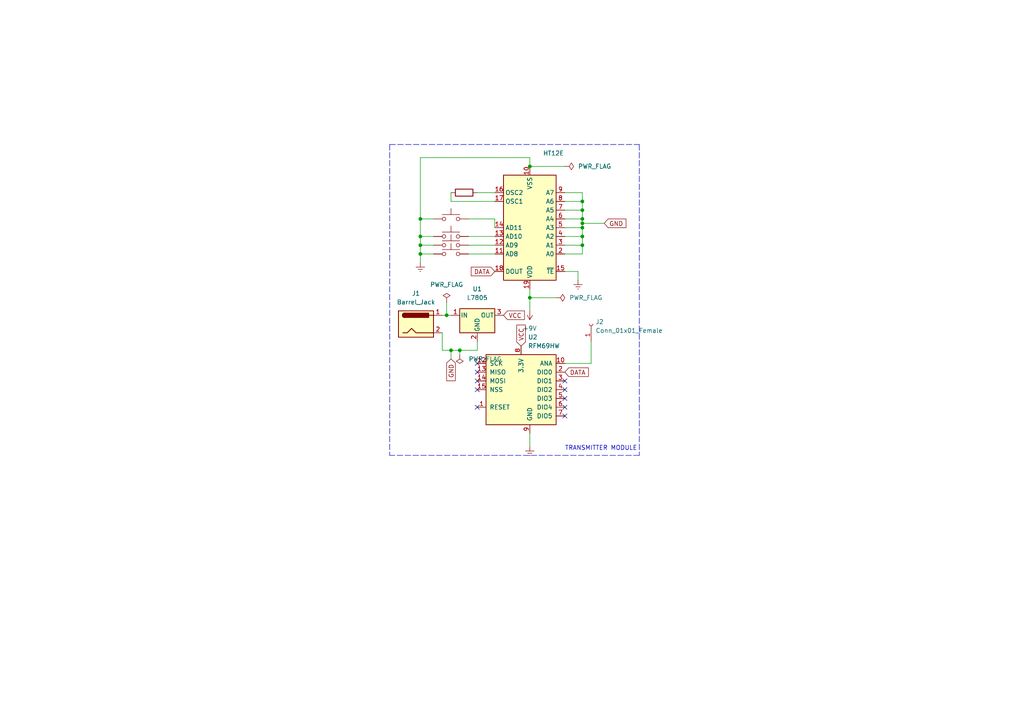
<source format=kicad_sch>
(kicad_sch (version 20211123) (generator eeschema)

  (uuid e0999a8d-2af4-4f5c-b598-7b8823d952b8)

  (paper "A4")

  (lib_symbols
    (symbol "Connector:Barrel_Jack" (pin_names (offset 1.016)) (in_bom yes) (on_board yes)
      (property "Reference" "J" (id 0) (at 0 5.334 0)
        (effects (font (size 1.27 1.27)))
      )
      (property "Value" "Barrel_Jack" (id 1) (at 0 -5.08 0)
        (effects (font (size 1.27 1.27)))
      )
      (property "Footprint" "" (id 2) (at 1.27 -1.016 0)
        (effects (font (size 1.27 1.27)) hide)
      )
      (property "Datasheet" "~" (id 3) (at 1.27 -1.016 0)
        (effects (font (size 1.27 1.27)) hide)
      )
      (property "ki_keywords" "DC power barrel jack connector" (id 4) (at 0 0 0)
        (effects (font (size 1.27 1.27)) hide)
      )
      (property "ki_description" "DC Barrel Jack" (id 5) (at 0 0 0)
        (effects (font (size 1.27 1.27)) hide)
      )
      (property "ki_fp_filters" "BarrelJack*" (id 6) (at 0 0 0)
        (effects (font (size 1.27 1.27)) hide)
      )
      (symbol "Barrel_Jack_0_1"
        (rectangle (start -5.08 3.81) (end 5.08 -3.81)
          (stroke (width 0.254) (type default) (color 0 0 0 0))
          (fill (type background))
        )
        (arc (start -3.302 3.175) (mid -3.937 2.54) (end -3.302 1.905)
          (stroke (width 0.254) (type default) (color 0 0 0 0))
          (fill (type none))
        )
        (arc (start -3.302 3.175) (mid -3.937 2.54) (end -3.302 1.905)
          (stroke (width 0.254) (type default) (color 0 0 0 0))
          (fill (type outline))
        )
        (polyline
          (pts
            (xy 5.08 2.54)
            (xy 3.81 2.54)
          )
          (stroke (width 0.254) (type default) (color 0 0 0 0))
          (fill (type none))
        )
        (polyline
          (pts
            (xy -3.81 -2.54)
            (xy -2.54 -2.54)
            (xy -1.27 -1.27)
            (xy 0 -2.54)
            (xy 2.54 -2.54)
            (xy 5.08 -2.54)
          )
          (stroke (width 0.254) (type default) (color 0 0 0 0))
          (fill (type none))
        )
        (rectangle (start 3.683 3.175) (end -3.302 1.905)
          (stroke (width 0.254) (type default) (color 0 0 0 0))
          (fill (type outline))
        )
      )
      (symbol "Barrel_Jack_1_1"
        (pin passive line (at 7.62 2.54 180) (length 2.54)
          (name "~" (effects (font (size 1.27 1.27))))
          (number "1" (effects (font (size 1.27 1.27))))
        )
        (pin passive line (at 7.62 -2.54 180) (length 2.54)
          (name "~" (effects (font (size 1.27 1.27))))
          (number "2" (effects (font (size 1.27 1.27))))
        )
      )
    )
    (symbol "Connector:Conn_01x01_Female" (pin_names (offset 1.016) hide) (in_bom yes) (on_board yes)
      (property "Reference" "J" (id 0) (at 0 2.54 0)
        (effects (font (size 1.27 1.27)))
      )
      (property "Value" "Conn_01x01_Female" (id 1) (at 0 -2.54 0)
        (effects (font (size 1.27 1.27)))
      )
      (property "Footprint" "" (id 2) (at 0 0 0)
        (effects (font (size 1.27 1.27)) hide)
      )
      (property "Datasheet" "~" (id 3) (at 0 0 0)
        (effects (font (size 1.27 1.27)) hide)
      )
      (property "ki_keywords" "connector" (id 4) (at 0 0 0)
        (effects (font (size 1.27 1.27)) hide)
      )
      (property "ki_description" "Generic connector, single row, 01x01, script generated (kicad-library-utils/schlib/autogen/connector/)" (id 5) (at 0 0 0)
        (effects (font (size 1.27 1.27)) hide)
      )
      (property "ki_fp_filters" "Connector*:*" (id 6) (at 0 0 0)
        (effects (font (size 1.27 1.27)) hide)
      )
      (symbol "Conn_01x01_Female_1_1"
        (polyline
          (pts
            (xy -1.27 0)
            (xy -0.508 0)
          )
          (stroke (width 0.1524) (type default) (color 0 0 0 0))
          (fill (type none))
        )
        (arc (start 0 0.508) (mid -0.508 0) (end 0 -0.508)
          (stroke (width 0.1524) (type default) (color 0 0 0 0))
          (fill (type none))
        )
        (pin passive line (at -5.08 0 0) (length 3.81)
          (name "Pin_1" (effects (font (size 1.27 1.27))))
          (number "1" (effects (font (size 1.27 1.27))))
        )
      )
    )
    (symbol "Device:R" (pin_numbers hide) (pin_names (offset 0)) (in_bom yes) (on_board yes)
      (property "Reference" "R" (id 0) (at 2.032 0 90)
        (effects (font (size 1.27 1.27)))
      )
      (property "Value" "R" (id 1) (at 0 0 90)
        (effects (font (size 1.27 1.27)))
      )
      (property "Footprint" "" (id 2) (at -1.778 0 90)
        (effects (font (size 1.27 1.27)) hide)
      )
      (property "Datasheet" "~" (id 3) (at 0 0 0)
        (effects (font (size 1.27 1.27)) hide)
      )
      (property "ki_keywords" "R res resistor" (id 4) (at 0 0 0)
        (effects (font (size 1.27 1.27)) hide)
      )
      (property "ki_description" "Resistor" (id 5) (at 0 0 0)
        (effects (font (size 1.27 1.27)) hide)
      )
      (property "ki_fp_filters" "R_*" (id 6) (at 0 0 0)
        (effects (font (size 1.27 1.27)) hide)
      )
      (symbol "R_0_1"
        (rectangle (start -1.016 -2.54) (end 1.016 2.54)
          (stroke (width 0.254) (type default) (color 0 0 0 0))
          (fill (type none))
        )
      )
      (symbol "R_1_1"
        (pin passive line (at 0 3.81 270) (length 1.27)
          (name "~" (effects (font (size 1.27 1.27))))
          (number "1" (effects (font (size 1.27 1.27))))
        )
        (pin passive line (at 0 -3.81 90) (length 1.27)
          (name "~" (effects (font (size 1.27 1.27))))
          (number "2" (effects (font (size 1.27 1.27))))
        )
      )
    )
    (symbol "Interface:HT12E" (in_bom yes) (on_board yes)
      (property "Reference" "U" (id 0) (at -6.35 16.51 0)
        (effects (font (size 1.27 1.27)))
      )
      (property "Value" "HT12E" (id 1) (at 6.35 16.51 0)
        (effects (font (size 1.27 1.27)))
      )
      (property "Footprint" "Package_SO:SOP-20_7.5x12.8mm_P1.27mm" (id 2) (at 15.24 20.32 0)
        (effects (font (size 1.27 1.27)) hide)
      )
      (property "Datasheet" "https://www.holtek.com/documents/10179/116711/2_12ev120.pdf" (id 3) (at 17.78 15.24 0)
        (effects (font (size 1.27 1.27)) hide)
      )
      (property "ki_keywords" "Serial Encoder" (id 4) (at 0 0 0)
        (effects (font (size 1.27 1.27)) hide)
      )
      (property "ki_description" "2^12 serial encoder, SOP-20" (id 5) (at 0 0 0)
        (effects (font (size 1.27 1.27)) hide)
      )
      (property "ki_fp_filters" "SOP*7.5x12.8mm*P1.27mm*" (id 6) (at 0 0 0)
        (effects (font (size 1.27 1.27)) hide)
      )
      (symbol "HT12E_1_1"
        (rectangle (start -7.62 15.24) (end 7.62 -15.24)
          (stroke (width 0.254) (type default) (color 0 0 0 0))
          (fill (type background))
        )
        (pin no_connect line (at 7.62 -2.54 180) (length 2.54) hide
          (name "NC" (effects (font (size 1.27 1.27))))
          (number "1" (effects (font (size 1.27 1.27))))
        )
        (pin power_in line (at 0 -17.78 90) (length 2.54)
          (name "VSS" (effects (font (size 1.27 1.27))))
          (number "10" (effects (font (size 1.27 1.27))))
        )
        (pin output line (at 10.16 7.62 180) (length 2.54)
          (name "AD8" (effects (font (size 1.27 1.27))))
          (number "11" (effects (font (size 1.27 1.27))))
        )
        (pin output line (at 10.16 5.08 180) (length 2.54)
          (name "AD9" (effects (font (size 1.27 1.27))))
          (number "12" (effects (font (size 1.27 1.27))))
        )
        (pin output line (at 10.16 2.54 180) (length 2.54)
          (name "AD10" (effects (font (size 1.27 1.27))))
          (number "13" (effects (font (size 1.27 1.27))))
        )
        (pin output line (at 10.16 0 180) (length 2.54)
          (name "AD11" (effects (font (size 1.27 1.27))))
          (number "14" (effects (font (size 1.27 1.27))))
        )
        (pin input line (at -10.16 12.7 0) (length 2.54)
          (name "~{TE}" (effects (font (size 1.27 1.27))))
          (number "15" (effects (font (size 1.27 1.27))))
        )
        (pin output line (at 10.16 -10.16 180) (length 2.54)
          (name "OSC2" (effects (font (size 1.27 1.27))))
          (number "16" (effects (font (size 1.27 1.27))))
        )
        (pin input line (at 10.16 -7.62 180) (length 2.54)
          (name "OSC1" (effects (font (size 1.27 1.27))))
          (number "17" (effects (font (size 1.27 1.27))))
        )
        (pin output line (at 10.16 12.7 180) (length 2.54)
          (name "DOUT" (effects (font (size 1.27 1.27))))
          (number "18" (effects (font (size 1.27 1.27))))
        )
        (pin power_in line (at 0 17.78 270) (length 2.54)
          (name "VDD" (effects (font (size 1.27 1.27))))
          (number "19" (effects (font (size 1.27 1.27))))
        )
        (pin input line (at -10.16 7.62 0) (length 2.54)
          (name "A0" (effects (font (size 1.27 1.27))))
          (number "2" (effects (font (size 1.27 1.27))))
        )
        (pin no_connect line (at 7.62 -5.08 180) (length 2.54) hide
          (name "NC" (effects (font (size 1.27 1.27))))
          (number "20" (effects (font (size 1.27 1.27))))
        )
        (pin input line (at -10.16 5.08 0) (length 2.54)
          (name "A1" (effects (font (size 1.27 1.27))))
          (number "3" (effects (font (size 1.27 1.27))))
        )
        (pin input line (at -10.16 2.54 0) (length 2.54)
          (name "A2" (effects (font (size 1.27 1.27))))
          (number "4" (effects (font (size 1.27 1.27))))
        )
        (pin input line (at -10.16 0 0) (length 2.54)
          (name "A3" (effects (font (size 1.27 1.27))))
          (number "5" (effects (font (size 1.27 1.27))))
        )
        (pin input line (at -10.16 -2.54 0) (length 2.54)
          (name "A4" (effects (font (size 1.27 1.27))))
          (number "6" (effects (font (size 1.27 1.27))))
        )
        (pin input line (at -10.16 -5.08 0) (length 2.54)
          (name "A5" (effects (font (size 1.27 1.27))))
          (number "7" (effects (font (size 1.27 1.27))))
        )
        (pin input line (at -10.16 -7.62 0) (length 2.54)
          (name "A6" (effects (font (size 1.27 1.27))))
          (number "8" (effects (font (size 1.27 1.27))))
        )
        (pin input line (at -10.16 -10.16 0) (length 2.54)
          (name "A7" (effects (font (size 1.27 1.27))))
          (number "9" (effects (font (size 1.27 1.27))))
        )
      )
    )
    (symbol "RF_Module:RFM69HW" (pin_names (offset 1.016)) (in_bom yes) (on_board yes)
      (property "Reference" "U" (id 0) (at -3.81 11.43 0)
        (effects (font (size 1.27 1.27)))
      )
      (property "Value" "RFM69HW" (id 1) (at -7.62 13.97 0)
        (effects (font (size 1.27 1.27)))
      )
      (property "Footprint" "RF_Module:HOPERF_RFM69HW" (id 2) (at 0 -15.24 0)
        (effects (font (size 1.27 1.27)) hide)
      )
      (property "Datasheet" "https://www.hoperf.com/data/upload/portal/20181127/5bfcbb56f1fd7.pdf" (id 3) (at 0 -7.62 0)
        (effects (font (size 1.27 1.27)) hide)
      )
      (property "ki_keywords" "Radio, ISM, Transciever, Module, AES" (id 4) (at 0 0 0)
        (effects (font (size 1.27 1.27)) hide)
      )
      (property "ki_description" "ISM Radio Transciever Module, SPI interface" (id 5) (at 0 0 0)
        (effects (font (size 1.27 1.27)) hide)
      )
      (property "ki_fp_filters" "HOPERF*RFM69HW*" (id 6) (at 0 0 0)
        (effects (font (size 1.27 1.27)) hide)
      )
      (symbol "RFM69HW_0_1"
        (rectangle (start -10.16 10.16) (end 10.16 -10.16)
          (stroke (width 0.254) (type default) (color 0 0 0 0))
          (fill (type background))
        )
      )
      (symbol "RFM69HW_1_1"
        (pin input line (at -12.7 -5.08 0) (length 2.54)
          (name "RESET" (effects (font (size 1.27 1.27))))
          (number "1" (effects (font (size 1.27 1.27))))
        )
        (pin output line (at 12.7 7.62 180) (length 2.54)
          (name "ANA" (effects (font (size 1.27 1.27))))
          (number "10" (effects (font (size 1.27 1.27))))
        )
        (pin passive line (at 2.54 -12.7 90) (length 2.54) hide
          (name "GND" (effects (font (size 1.27 1.27))))
          (number "11" (effects (font (size 1.27 1.27))))
        )
        (pin input line (at -12.7 7.62 0) (length 2.54)
          (name "SCK" (effects (font (size 1.27 1.27))))
          (number "12" (effects (font (size 1.27 1.27))))
        )
        (pin output line (at -12.7 5.08 0) (length 2.54)
          (name "MISO" (effects (font (size 1.27 1.27))))
          (number "13" (effects (font (size 1.27 1.27))))
        )
        (pin input line (at -12.7 2.54 0) (length 2.54)
          (name "MOSI" (effects (font (size 1.27 1.27))))
          (number "14" (effects (font (size 1.27 1.27))))
        )
        (pin input line (at -12.7 0 0) (length 2.54)
          (name "NSS" (effects (font (size 1.27 1.27))))
          (number "15" (effects (font (size 1.27 1.27))))
        )
        (pin no_connect line (at -2.54 -12.7 90) (length 2.54) hide
          (name "NC" (effects (font (size 1.27 1.27))))
          (number "16" (effects (font (size 1.27 1.27))))
        )
        (pin bidirectional line (at 12.7 5.08 180) (length 2.54)
          (name "DIO0" (effects (font (size 1.27 1.27))))
          (number "2" (effects (font (size 1.27 1.27))))
        )
        (pin bidirectional line (at 12.7 2.54 180) (length 2.54)
          (name "DIO1" (effects (font (size 1.27 1.27))))
          (number "3" (effects (font (size 1.27 1.27))))
        )
        (pin bidirectional line (at 12.7 0 180) (length 2.54)
          (name "DIO2" (effects (font (size 1.27 1.27))))
          (number "4" (effects (font (size 1.27 1.27))))
        )
        (pin bidirectional line (at 12.7 -2.54 180) (length 2.54)
          (name "DIO3" (effects (font (size 1.27 1.27))))
          (number "5" (effects (font (size 1.27 1.27))))
        )
        (pin bidirectional line (at 12.7 -5.08 180) (length 2.54)
          (name "DIO4" (effects (font (size 1.27 1.27))))
          (number "6" (effects (font (size 1.27 1.27))))
        )
        (pin bidirectional line (at 12.7 -7.62 180) (length 2.54)
          (name "DIO5" (effects (font (size 1.27 1.27))))
          (number "7" (effects (font (size 1.27 1.27))))
        )
        (pin power_in line (at 0 12.7 270) (length 2.54)
          (name "3.3V" (effects (font (size 1.27 1.27))))
          (number "8" (effects (font (size 1.27 1.27))))
        )
        (pin power_in line (at 2.54 -12.7 90) (length 2.54)
          (name "GND" (effects (font (size 1.27 1.27))))
          (number "9" (effects (font (size 1.27 1.27))))
        )
      )
    )
    (symbol "Regulator_Linear:L7805" (pin_names (offset 0.254)) (in_bom yes) (on_board yes)
      (property "Reference" "U" (id 0) (at -3.81 3.175 0)
        (effects (font (size 1.27 1.27)))
      )
      (property "Value" "L7805" (id 1) (at 0 3.175 0)
        (effects (font (size 1.27 1.27)) (justify left))
      )
      (property "Footprint" "" (id 2) (at 0.635 -3.81 0)
        (effects (font (size 1.27 1.27) italic) (justify left) hide)
      )
      (property "Datasheet" "http://www.st.com/content/ccc/resource/technical/document/datasheet/41/4f/b3/b0/12/d4/47/88/CD00000444.pdf/files/CD00000444.pdf/jcr:content/translations/en.CD00000444.pdf" (id 3) (at 0 -1.27 0)
        (effects (font (size 1.27 1.27)) hide)
      )
      (property "ki_keywords" "Voltage Regulator 1.5A Positive" (id 4) (at 0 0 0)
        (effects (font (size 1.27 1.27)) hide)
      )
      (property "ki_description" "Positive 1.5A 35V Linear Regulator, Fixed Output 5V, TO-220/TO-263/TO-252" (id 5) (at 0 0 0)
        (effects (font (size 1.27 1.27)) hide)
      )
      (property "ki_fp_filters" "TO?252* TO?263* TO?220*" (id 6) (at 0 0 0)
        (effects (font (size 1.27 1.27)) hide)
      )
      (symbol "L7805_0_1"
        (rectangle (start -5.08 1.905) (end 5.08 -5.08)
          (stroke (width 0.254) (type default) (color 0 0 0 0))
          (fill (type background))
        )
      )
      (symbol "L7805_1_1"
        (pin power_in line (at -7.62 0 0) (length 2.54)
          (name "IN" (effects (font (size 1.27 1.27))))
          (number "1" (effects (font (size 1.27 1.27))))
        )
        (pin power_in line (at 0 -7.62 90) (length 2.54)
          (name "GND" (effects (font (size 1.27 1.27))))
          (number "2" (effects (font (size 1.27 1.27))))
        )
        (pin power_out line (at 7.62 0 180) (length 2.54)
          (name "OUT" (effects (font (size 1.27 1.27))))
          (number "3" (effects (font (size 1.27 1.27))))
        )
      )
    )
    (symbol "Switch:SW_Push" (pin_numbers hide) (pin_names (offset 1.016) hide) (in_bom yes) (on_board yes)
      (property "Reference" "SW" (id 0) (at 1.27 2.54 0)
        (effects (font (size 1.27 1.27)) (justify left))
      )
      (property "Value" "SW_Push" (id 1) (at 0 -1.524 0)
        (effects (font (size 1.27 1.27)))
      )
      (property "Footprint" "" (id 2) (at 0 5.08 0)
        (effects (font (size 1.27 1.27)) hide)
      )
      (property "Datasheet" "~" (id 3) (at 0 5.08 0)
        (effects (font (size 1.27 1.27)) hide)
      )
      (property "ki_keywords" "switch normally-open pushbutton push-button" (id 4) (at 0 0 0)
        (effects (font (size 1.27 1.27)) hide)
      )
      (property "ki_description" "Push button switch, generic, two pins" (id 5) (at 0 0 0)
        (effects (font (size 1.27 1.27)) hide)
      )
      (symbol "SW_Push_0_1"
        (circle (center -2.032 0) (radius 0.508)
          (stroke (width 0) (type default) (color 0 0 0 0))
          (fill (type none))
        )
        (polyline
          (pts
            (xy 0 1.27)
            (xy 0 3.048)
          )
          (stroke (width 0) (type default) (color 0 0 0 0))
          (fill (type none))
        )
        (polyline
          (pts
            (xy 2.54 1.27)
            (xy -2.54 1.27)
          )
          (stroke (width 0) (type default) (color 0 0 0 0))
          (fill (type none))
        )
        (circle (center 2.032 0) (radius 0.508)
          (stroke (width 0) (type default) (color 0 0 0 0))
          (fill (type none))
        )
        (pin passive line (at -5.08 0 0) (length 2.54)
          (name "1" (effects (font (size 1.27 1.27))))
          (number "1" (effects (font (size 1.27 1.27))))
        )
        (pin passive line (at 5.08 0 180) (length 2.54)
          (name "2" (effects (font (size 1.27 1.27))))
          (number "2" (effects (font (size 1.27 1.27))))
        )
      )
    )
    (symbol "power:+9V" (power) (pin_names (offset 0)) (in_bom yes) (on_board yes)
      (property "Reference" "#PWR" (id 0) (at 0 -3.81 0)
        (effects (font (size 1.27 1.27)) hide)
      )
      (property "Value" "+9V" (id 1) (at 0 3.556 0)
        (effects (font (size 1.27 1.27)))
      )
      (property "Footprint" "" (id 2) (at 0 0 0)
        (effects (font (size 1.27 1.27)) hide)
      )
      (property "Datasheet" "" (id 3) (at 0 0 0)
        (effects (font (size 1.27 1.27)) hide)
      )
      (property "ki_keywords" "power-flag" (id 4) (at 0 0 0)
        (effects (font (size 1.27 1.27)) hide)
      )
      (property "ki_description" "Power symbol creates a global label with name \"+9V\"" (id 5) (at 0 0 0)
        (effects (font (size 1.27 1.27)) hide)
      )
      (symbol "+9V_0_1"
        (polyline
          (pts
            (xy -0.762 1.27)
            (xy 0 2.54)
          )
          (stroke (width 0) (type default) (color 0 0 0 0))
          (fill (type none))
        )
        (polyline
          (pts
            (xy 0 0)
            (xy 0 2.54)
          )
          (stroke (width 0) (type default) (color 0 0 0 0))
          (fill (type none))
        )
        (polyline
          (pts
            (xy 0 2.54)
            (xy 0.762 1.27)
          )
          (stroke (width 0) (type default) (color 0 0 0 0))
          (fill (type none))
        )
      )
      (symbol "+9V_1_1"
        (pin power_in line (at 0 0 90) (length 0) hide
          (name "+9V" (effects (font (size 1.27 1.27))))
          (number "1" (effects (font (size 1.27 1.27))))
        )
      )
    )
    (symbol "power:Earth" (power) (pin_names (offset 0)) (in_bom yes) (on_board yes)
      (property "Reference" "#PWR" (id 0) (at 0 -6.35 0)
        (effects (font (size 1.27 1.27)) hide)
      )
      (property "Value" "Earth" (id 1) (at 0 -3.81 0)
        (effects (font (size 1.27 1.27)) hide)
      )
      (property "Footprint" "" (id 2) (at 0 0 0)
        (effects (font (size 1.27 1.27)) hide)
      )
      (property "Datasheet" "~" (id 3) (at 0 0 0)
        (effects (font (size 1.27 1.27)) hide)
      )
      (property "ki_keywords" "power-flag ground gnd" (id 4) (at 0 0 0)
        (effects (font (size 1.27 1.27)) hide)
      )
      (property "ki_description" "Power symbol creates a global label with name \"Earth\"" (id 5) (at 0 0 0)
        (effects (font (size 1.27 1.27)) hide)
      )
      (symbol "Earth_0_1"
        (polyline
          (pts
            (xy -0.635 -1.905)
            (xy 0.635 -1.905)
          )
          (stroke (width 0) (type default) (color 0 0 0 0))
          (fill (type none))
        )
        (polyline
          (pts
            (xy -0.127 -2.54)
            (xy 0.127 -2.54)
          )
          (stroke (width 0) (type default) (color 0 0 0 0))
          (fill (type none))
        )
        (polyline
          (pts
            (xy 0 -1.27)
            (xy 0 0)
          )
          (stroke (width 0) (type default) (color 0 0 0 0))
          (fill (type none))
        )
        (polyline
          (pts
            (xy 1.27 -1.27)
            (xy -1.27 -1.27)
          )
          (stroke (width 0) (type default) (color 0 0 0 0))
          (fill (type none))
        )
      )
      (symbol "Earth_1_1"
        (pin power_in line (at 0 0 270) (length 0) hide
          (name "Earth" (effects (font (size 1.27 1.27))))
          (number "1" (effects (font (size 1.27 1.27))))
        )
      )
    )
    (symbol "power:PWR_FLAG" (power) (pin_numbers hide) (pin_names (offset 0) hide) (in_bom yes) (on_board yes)
      (property "Reference" "#FLG" (id 0) (at 0 1.905 0)
        (effects (font (size 1.27 1.27)) hide)
      )
      (property "Value" "PWR_FLAG" (id 1) (at 0 3.81 0)
        (effects (font (size 1.27 1.27)))
      )
      (property "Footprint" "" (id 2) (at 0 0 0)
        (effects (font (size 1.27 1.27)) hide)
      )
      (property "Datasheet" "~" (id 3) (at 0 0 0)
        (effects (font (size 1.27 1.27)) hide)
      )
      (property "ki_keywords" "power-flag" (id 4) (at 0 0 0)
        (effects (font (size 1.27 1.27)) hide)
      )
      (property "ki_description" "Special symbol for telling ERC where power comes from" (id 5) (at 0 0 0)
        (effects (font (size 1.27 1.27)) hide)
      )
      (symbol "PWR_FLAG_0_0"
        (pin power_out line (at 0 0 90) (length 0)
          (name "pwr" (effects (font (size 1.27 1.27))))
          (number "1" (effects (font (size 1.27 1.27))))
        )
      )
      (symbol "PWR_FLAG_0_1"
        (polyline
          (pts
            (xy 0 0)
            (xy 0 1.27)
            (xy -1.016 1.905)
            (xy 0 2.54)
            (xy 1.016 1.905)
            (xy 0 1.27)
          )
          (stroke (width 0) (type default) (color 0 0 0 0))
          (fill (type none))
        )
      )
    )
  )

  (junction (at 168.91 71.12) (diameter 0) (color 0 0 0 0)
    (uuid 31d12428-016c-4eaf-affe-210093c831fc)
  )
  (junction (at 168.91 58.42) (diameter 0) (color 0 0 0 0)
    (uuid 320c05c2-3042-4eeb-b368-963a61ee1714)
  )
  (junction (at 153.67 48.26) (diameter 0) (color 0 0 0 0)
    (uuid 324d6be6-94a8-4639-ac6b-4a78ecaad6c9)
  )
  (junction (at 168.91 66.04) (diameter 0) (color 0 0 0 0)
    (uuid 43d2b7f1-63d3-493a-a36e-e9d946d45b71)
  )
  (junction (at 121.92 63.5) (diameter 0) (color 0 0 0 0)
    (uuid 473f7fbf-f71f-4437-a4a3-fd321a5ecd0a)
  )
  (junction (at 153.67 86.36) (diameter 0) (color 0 0 0 0)
    (uuid 5523841d-3416-4022-a309-09fddcf99be6)
  )
  (junction (at 168.91 64.77) (diameter 0) (color 0 0 0 0)
    (uuid 5605ff5e-64d8-4287-a5b0-ed4eb6ac28de)
  )
  (junction (at 168.91 63.5) (diameter 0) (color 0 0 0 0)
    (uuid 6c4005b2-7963-459f-acba-3ea7e2f59e37)
  )
  (junction (at 130.81 101.6) (diameter 0) (color 0 0 0 0)
    (uuid 99f58eb2-7be2-4258-933f-a5fe822b64a2)
  )
  (junction (at 129.54 91.44) (diameter 0) (color 0 0 0 0)
    (uuid a265f14b-ea2b-4f57-890b-0a982bdeddc8)
  )
  (junction (at 133.35 101.6) (diameter 0) (color 0 0 0 0)
    (uuid a7450080-4f8e-44c3-b90b-15f71444546f)
  )
  (junction (at 121.92 71.12) (diameter 0) (color 0 0 0 0)
    (uuid b9e4de56-518b-4a8b-8dbc-f5cb6396fb0a)
  )
  (junction (at 121.92 68.58) (diameter 0) (color 0 0 0 0)
    (uuid bb2a7d12-edd6-4916-9895-cc3575508c6d)
  )
  (junction (at 121.92 73.66) (diameter 0) (color 0 0 0 0)
    (uuid cdcebf4e-c0fa-4f0c-9e44-2cfcecbbcbb6)
  )
  (junction (at 168.91 60.96) (diameter 0) (color 0 0 0 0)
    (uuid d62bc9db-aa8c-46a3-9f0b-ffa0dba50c78)
  )
  (junction (at 168.91 68.58) (diameter 0) (color 0 0 0 0)
    (uuid e8a443cc-9081-4d76-b6d2-48f6aa2687b1)
  )

  (no_connect (at 163.83 110.49) (uuid 184f5e03-1d3f-4132-b39c-7ae32fd6c3e9))
  (no_connect (at 138.43 107.95) (uuid 258268f8-7e63-4038-87bd-ce124e9783a5))
  (no_connect (at 163.83 115.57) (uuid 3ac4a9ef-c36a-4c4e-95b8-960ed1a684fd))
  (no_connect (at 138.43 118.11) (uuid 4c5710ed-749f-4731-ac6b-166ceaff3f04))
  (no_connect (at 138.43 113.03) (uuid 63350604-4ea0-4865-86c5-a97d70983eaa))
  (no_connect (at 163.83 118.11) (uuid 838ec29c-fa0f-4448-b5c0-e770e92c315b))
  (no_connect (at 138.43 105.41) (uuid 9b78ae12-586f-4ff0-a0ec-cc67779b39b6))
  (no_connect (at 138.43 110.49) (uuid a0ad62fa-6ea2-4ea3-aa00-890d9320be74))
  (no_connect (at 163.83 113.03) (uuid d84ec4e5-85e1-49e2-a137-b71f062da24f))
  (no_connect (at 163.83 120.65) (uuid dccfde70-040c-427d-8439-d4dffce513c8))

  (wire (pts (xy 168.91 71.12) (xy 168.91 73.66))
    (stroke (width 0) (type default) (color 0 0 0 0))
    (uuid 002935bb-c90e-4413-b9a0-b8cc2756f1ab)
  )
  (wire (pts (xy 130.81 55.88) (xy 130.81 58.42))
    (stroke (width 0) (type default) (color 0 0 0 0))
    (uuid 030adc76-c48d-4e13-9831-151972ef0a36)
  )
  (polyline (pts (xy 113.03 41.91) (xy 113.03 132.08))
    (stroke (width 0) (type default) (color 0 0 0 0))
    (uuid 0d35f9a2-afd1-41a2-9c3d-9bf0292637b2)
  )

  (wire (pts (xy 167.64 78.74) (xy 167.64 81.28))
    (stroke (width 0) (type default) (color 0 0 0 0))
    (uuid 17fcb4f9-c870-4855-84ec-f6b1faf130c9)
  )
  (wire (pts (xy 129.54 87.63) (xy 129.54 91.44))
    (stroke (width 0) (type default) (color 0 0 0 0))
    (uuid 21a4f9b9-8ba1-43df-8da3-4d74ad066dae)
  )
  (wire (pts (xy 153.67 83.82) (xy 153.67 86.36))
    (stroke (width 0) (type default) (color 0 0 0 0))
    (uuid 23e5f93f-a8e0-4c7a-80e9-8f02d3501d7c)
  )
  (wire (pts (xy 171.45 105.41) (xy 171.45 99.06))
    (stroke (width 0) (type default) (color 0 0 0 0))
    (uuid 259991a7-227f-47f0-8d17-f0dcc264dba3)
  )
  (wire (pts (xy 163.83 78.74) (xy 167.64 78.74))
    (stroke (width 0) (type default) (color 0 0 0 0))
    (uuid 2617e883-5690-4b50-9353-7d6c3848ad4f)
  )
  (wire (pts (xy 128.27 101.6) (xy 130.81 101.6))
    (stroke (width 0) (type default) (color 0 0 0 0))
    (uuid 2ab1bcca-bf58-4ecc-a880-d2a5e7de53ff)
  )
  (wire (pts (xy 168.91 58.42) (xy 168.91 60.96))
    (stroke (width 0) (type default) (color 0 0 0 0))
    (uuid 2ed598fc-d7c7-4325-a093-945b1808d1dd)
  )
  (wire (pts (xy 133.35 101.6) (xy 138.43 101.6))
    (stroke (width 0) (type default) (color 0 0 0 0))
    (uuid 31a3f412-a133-41e6-a40c-1e09c3f77a45)
  )
  (wire (pts (xy 153.67 45.72) (xy 121.92 45.72))
    (stroke (width 0) (type default) (color 0 0 0 0))
    (uuid 31c5103d-4519-4059-bb0a-66734236af0f)
  )
  (wire (pts (xy 163.83 58.42) (xy 168.91 58.42))
    (stroke (width 0) (type default) (color 0 0 0 0))
    (uuid 3b2e7967-db46-4f0c-afae-41741def0e93)
  )
  (wire (pts (xy 163.83 63.5) (xy 168.91 63.5))
    (stroke (width 0) (type default) (color 0 0 0 0))
    (uuid 40b54723-dccf-4471-86f1-29673ffec41a)
  )
  (wire (pts (xy 168.91 73.66) (xy 163.83 73.66))
    (stroke (width 0) (type default) (color 0 0 0 0))
    (uuid 432e1608-3228-4cbf-b709-69496799c543)
  )
  (wire (pts (xy 153.67 48.26) (xy 163.83 48.26))
    (stroke (width 0) (type default) (color 0 0 0 0))
    (uuid 44fe4f9a-58ec-4ab8-9628-42bfcd68e082)
  )
  (wire (pts (xy 153.67 86.36) (xy 153.67 90.17))
    (stroke (width 0) (type default) (color 0 0 0 0))
    (uuid 53ad7110-8255-4748-b6d8-861eba6913d4)
  )
  (wire (pts (xy 133.35 101.6) (xy 133.35 102.87))
    (stroke (width 0) (type default) (color 0 0 0 0))
    (uuid 55affbf3-068c-4a66-8f36-841eb0c8d86e)
  )
  (wire (pts (xy 121.92 73.66) (xy 125.73 73.66))
    (stroke (width 0) (type default) (color 0 0 0 0))
    (uuid 57c16269-305d-4ec9-b66f-c79863703dd7)
  )
  (wire (pts (xy 125.73 63.5) (xy 121.92 63.5))
    (stroke (width 0) (type default) (color 0 0 0 0))
    (uuid 5b9cef1c-9299-41e0-97a0-3e475a584688)
  )
  (wire (pts (xy 168.91 63.5) (xy 168.91 64.77))
    (stroke (width 0) (type default) (color 0 0 0 0))
    (uuid 6130e01c-ff73-4016-85a2-234d5e5108b4)
  )
  (wire (pts (xy 138.43 101.6) (xy 138.43 99.06))
    (stroke (width 0) (type default) (color 0 0 0 0))
    (uuid 63434d88-accb-45cf-ba67-44991b8b2400)
  )
  (wire (pts (xy 121.92 63.5) (xy 121.92 68.58))
    (stroke (width 0) (type default) (color 0 0 0 0))
    (uuid 63c0832d-83c1-4a02-bf47-4220c273a822)
  )
  (wire (pts (xy 163.83 55.88) (xy 168.91 55.88))
    (stroke (width 0) (type default) (color 0 0 0 0))
    (uuid 6719a3af-fb6c-4fd6-95ce-41055dee6ade)
  )
  (wire (pts (xy 129.54 91.44) (xy 130.81 91.44))
    (stroke (width 0) (type default) (color 0 0 0 0))
    (uuid 6790d258-41cb-4586-b011-936852aceccf)
  )
  (wire (pts (xy 153.67 125.73) (xy 153.67 129.54))
    (stroke (width 0) (type default) (color 0 0 0 0))
    (uuid 69c05a42-dfd0-48aa-a020-7af93ad7f929)
  )
  (wire (pts (xy 153.67 86.36) (xy 161.29 86.36))
    (stroke (width 0) (type default) (color 0 0 0 0))
    (uuid 6cd38e59-d087-4144-8d86-76f407ce940b)
  )
  (wire (pts (xy 130.81 58.42) (xy 143.51 58.42))
    (stroke (width 0) (type default) (color 0 0 0 0))
    (uuid 6db35445-35e3-4089-8313-e67075e8644d)
  )
  (wire (pts (xy 168.91 68.58) (xy 168.91 71.12))
    (stroke (width 0) (type default) (color 0 0 0 0))
    (uuid 7777bbea-37ae-4c87-ad00-8a24e2b0460f)
  )
  (wire (pts (xy 163.83 60.96) (xy 168.91 60.96))
    (stroke (width 0) (type default) (color 0 0 0 0))
    (uuid 7a57be3e-61fc-4dfa-bea9-d6508294b0c8)
  )
  (polyline (pts (xy 185.42 132.08) (xy 113.03 132.08))
    (stroke (width 0) (type default) (color 0 0 0 0))
    (uuid 7cfd8bed-31ef-4986-b5d7-01fdc341e2c2)
  )

  (wire (pts (xy 130.81 101.6) (xy 130.81 104.14))
    (stroke (width 0) (type default) (color 0 0 0 0))
    (uuid 7d7177f3-4082-43dc-af9f-f2950caf9665)
  )
  (wire (pts (xy 138.43 55.88) (xy 143.51 55.88))
    (stroke (width 0) (type default) (color 0 0 0 0))
    (uuid 7dac6dd6-5c5a-4112-94ca-ca262be21486)
  )
  (wire (pts (xy 163.83 105.41) (xy 171.45 105.41))
    (stroke (width 0) (type default) (color 0 0 0 0))
    (uuid 81b9b7a1-94fb-4b50-9d72-ed32ee903c42)
  )
  (wire (pts (xy 135.89 68.58) (xy 143.51 68.58))
    (stroke (width 0) (type default) (color 0 0 0 0))
    (uuid 8adbbb34-d9f0-4f77-b174-ff4b99ffd27f)
  )
  (wire (pts (xy 121.92 68.58) (xy 121.92 71.12))
    (stroke (width 0) (type default) (color 0 0 0 0))
    (uuid 97e34b70-7573-4ca2-947e-4080eee9f3c5)
  )
  (polyline (pts (xy 113.03 41.91) (xy 185.42 41.91))
    (stroke (width 0) (type default) (color 0 0 0 0))
    (uuid a0f228af-734b-4059-95f3-f1ff9babbf95)
  )

  (wire (pts (xy 128.27 96.52) (xy 128.27 101.6))
    (stroke (width 0) (type default) (color 0 0 0 0))
    (uuid a30c5de8-2363-483c-9327-e70a1b840724)
  )
  (wire (pts (xy 135.89 71.12) (xy 143.51 71.12))
    (stroke (width 0) (type default) (color 0 0 0 0))
    (uuid a9bf7e84-d9aa-4881-b4f5-b589b2f1a511)
  )
  (wire (pts (xy 168.91 64.77) (xy 175.26 64.77))
    (stroke (width 0) (type default) (color 0 0 0 0))
    (uuid b1cabd1c-865d-4a70-9266-f41068692c2c)
  )
  (wire (pts (xy 168.91 64.77) (xy 168.91 66.04))
    (stroke (width 0) (type default) (color 0 0 0 0))
    (uuid b417464a-487c-403c-9704-4299bbcba3cd)
  )
  (wire (pts (xy 128.27 91.44) (xy 129.54 91.44))
    (stroke (width 0) (type default) (color 0 0 0 0))
    (uuid b529de9a-690b-4804-bbdb-ec52f01603bc)
  )
  (wire (pts (xy 121.92 73.66) (xy 121.92 76.2))
    (stroke (width 0) (type default) (color 0 0 0 0))
    (uuid b9c93b04-6528-4994-957f-f0a904625c65)
  )
  (wire (pts (xy 168.91 60.96) (xy 168.91 63.5))
    (stroke (width 0) (type default) (color 0 0 0 0))
    (uuid bcf8db00-c57d-4f66-ae14-9054360cd28f)
  )
  (wire (pts (xy 121.92 71.12) (xy 125.73 71.12))
    (stroke (width 0) (type default) (color 0 0 0 0))
    (uuid bebfbbc7-5916-45e5-8a64-04b06c0d715a)
  )
  (wire (pts (xy 135.89 63.5) (xy 143.51 63.5))
    (stroke (width 0) (type default) (color 0 0 0 0))
    (uuid c019f0da-7353-4bd5-bb8b-ffea561daf25)
  )
  (wire (pts (xy 153.67 48.26) (xy 153.67 45.72))
    (stroke (width 0) (type default) (color 0 0 0 0))
    (uuid cd00ce89-4b9f-4123-a1f8-807307d09c90)
  )
  (wire (pts (xy 168.91 66.04) (xy 168.91 68.58))
    (stroke (width 0) (type default) (color 0 0 0 0))
    (uuid d2b74208-94f7-4b8a-b5cc-b8fb7cfbb562)
  )
  (wire (pts (xy 121.92 71.12) (xy 121.92 73.66))
    (stroke (width 0) (type default) (color 0 0 0 0))
    (uuid d4b4c1ed-713c-465b-9b4e-110c20e8758f)
  )
  (wire (pts (xy 163.83 68.58) (xy 168.91 68.58))
    (stroke (width 0) (type default) (color 0 0 0 0))
    (uuid d55ab43d-f0e2-40ea-a8c6-96d07d67a25e)
  )
  (wire (pts (xy 135.89 73.66) (xy 143.51 73.66))
    (stroke (width 0) (type default) (color 0 0 0 0))
    (uuid d73777c8-acf9-4de0-ab84-6fb3df67a758)
  )
  (wire (pts (xy 121.92 45.72) (xy 121.92 63.5))
    (stroke (width 0) (type default) (color 0 0 0 0))
    (uuid d898a6e3-586d-4c94-8f0e-3650d479fee6)
  )
  (wire (pts (xy 121.92 68.58) (xy 125.73 68.58))
    (stroke (width 0) (type default) (color 0 0 0 0))
    (uuid e343c7f0-4bef-4761-b7fe-9728553266f6)
  )
  (wire (pts (xy 143.51 63.5) (xy 143.51 66.04))
    (stroke (width 0) (type default) (color 0 0 0 0))
    (uuid e48b2de2-4208-41fa-8fc0-333039f302ba)
  )
  (wire (pts (xy 163.83 71.12) (xy 168.91 71.12))
    (stroke (width 0) (type default) (color 0 0 0 0))
    (uuid e4982bf5-bf83-4de2-8cd5-fbdec3385ea7)
  )
  (polyline (pts (xy 185.42 41.91) (xy 185.42 132.08))
    (stroke (width 0) (type default) (color 0 0 0 0))
    (uuid ed8873a0-9bef-4081-abdb-6cdab46a3838)
  )

  (wire (pts (xy 163.83 66.04) (xy 168.91 66.04))
    (stroke (width 0) (type default) (color 0 0 0 0))
    (uuid f10ed683-c9bb-4d95-8bdb-b2fc32b0c6d3)
  )
  (wire (pts (xy 168.91 55.88) (xy 168.91 58.42))
    (stroke (width 0) (type default) (color 0 0 0 0))
    (uuid f4a8fb94-9865-42d4-ac2e-3dbad4853242)
  )
  (wire (pts (xy 130.81 101.6) (xy 133.35 101.6))
    (stroke (width 0) (type default) (color 0 0 0 0))
    (uuid fedce8c6-04e2-49ab-a1c7-8d469e03325d)
  )

  (text "TRANSMITTER MODULE" (at 163.83 130.81 0)
    (effects (font (size 1.27 1.27)) (justify left bottom))
    (uuid 64fecb0d-0b69-4f2d-a938-168617d7fb94)
  )

  (global_label "VCC" (shape input) (at 151.13 100.33 90) (fields_autoplaced)
    (effects (font (size 1.27 1.27)) (justify left))
    (uuid 01cb6470-4848-432f-bb9c-890e51ef7c55)
    (property "Intersheet References" "${INTERSHEET_REFS}" (id 0) (at 151.0506 94.2883 90)
      (effects (font (size 1.27 1.27)) (justify left) hide)
    )
  )
  (global_label "VCC" (shape input) (at 146.05 91.44 0) (fields_autoplaced)
    (effects (font (size 1.27 1.27)) (justify left))
    (uuid 619fec48-c326-4437-97fb-ffe96dceee36)
    (property "Intersheet References" "${INTERSHEET_REFS}" (id 0) (at 152.0917 91.3606 0)
      (effects (font (size 1.27 1.27)) (justify left) hide)
    )
  )
  (global_label "GND" (shape input) (at 175.26 64.77 0) (fields_autoplaced)
    (effects (font (size 1.27 1.27)) (justify left))
    (uuid a0a9bbdc-cd38-4bf2-8188-0a24d2815893)
    (property "Intersheet References" "${INTERSHEET_REFS}" (id 0) (at 181.5436 64.6906 0)
      (effects (font (size 1.27 1.27)) (justify left) hide)
    )
  )
  (global_label "DATA" (shape input) (at 143.51 78.74 180) (fields_autoplaced)
    (effects (font (size 1.27 1.27)) (justify right))
    (uuid b6161ce3-1839-4792-a1f2-7cf50e23de9a)
    (property "Intersheet References" "${INTERSHEET_REFS}" (id 0) (at 136.6821 78.6606 0)
      (effects (font (size 1.27 1.27)) (justify right) hide)
    )
  )
  (global_label "DATA" (shape input) (at 163.83 107.95 0) (fields_autoplaced)
    (effects (font (size 1.27 1.27)) (justify left))
    (uuid cc68e783-4eea-402b-95da-5c8595d27a8d)
    (property "Intersheet References" "${INTERSHEET_REFS}" (id 0) (at 170.6579 108.0294 0)
      (effects (font (size 1.27 1.27)) (justify left) hide)
    )
  )
  (global_label "GND" (shape input) (at 130.81 104.14 270) (fields_autoplaced)
    (effects (font (size 1.27 1.27)) (justify right))
    (uuid f4e948f7-ec74-4b61-9467-744f3cd58b97)
    (property "Intersheet References" "${INTERSHEET_REFS}" (id 0) (at 130.7306 110.4236 90)
      (effects (font (size 1.27 1.27)) (justify right) hide)
    )
  )

  (symbol (lib_id "power:Earth") (at 153.67 129.54 0) (unit 1)
    (in_bom yes) (on_board yes) (fields_autoplaced)
    (uuid 0048a5b7-574b-4520-8303-519fb96f4786)
    (property "Reference" "#PWR03" (id 0) (at 153.67 135.89 0)
      (effects (font (size 1.27 1.27)) hide)
    )
    (property "Value" "Earth" (id 1) (at 153.67 133.35 0)
      (effects (font (size 1.27 1.27)) hide)
    )
    (property "Footprint" "" (id 2) (at 153.67 129.54 0)
      (effects (font (size 1.27 1.27)) hide)
    )
    (property "Datasheet" "~" (id 3) (at 153.67 129.54 0)
      (effects (font (size 1.27 1.27)) hide)
    )
    (pin "1" (uuid ede3ffe9-d53b-4d07-9a3c-6f87f4936567))
  )

  (symbol (lib_id "Interface:HT12E") (at 153.67 66.04 180) (unit 1)
    (in_bom yes) (on_board yes)
    (uuid 068a1fde-e9ca-4266-9cfe-c1ed28a554ef)
    (property "Reference" "U3" (id 0) (at 154.1906 45.72 0)
      (effects (font (size 1.27 1.27)) (justify right) hide)
    )
    (property "Value" "HT12E" (id 1) (at 157.48 44.45 0)
      (effects (font (size 1.27 1.27)) (justify right))
    )
    (property "Footprint" "Package_SO:SOP-20_7.5x12.8mm_P1.27mm" (id 2) (at 138.43 86.36 0)
      (effects (font (size 1.27 1.27)) hide)
    )
    (property "Datasheet" "https://www.holtek.com/documents/10179/116711/2_12ev120.pdf" (id 3) (at 135.89 81.28 0)
      (effects (font (size 1.27 1.27)) hide)
    )
    (pin "1" (uuid cfd29897-09de-4aac-9ffb-fb2342a6e090))
    (pin "10" (uuid 86d05f2a-771f-4303-aa3f-93577893286f))
    (pin "11" (uuid 65baa6d5-1a7b-4a47-8ba9-ae9bb39b440a))
    (pin "12" (uuid 1e449b53-c83e-444f-a64e-44c52fcf28e3))
    (pin "13" (uuid 8e100fcc-dcec-4841-afe5-e81c31970028))
    (pin "14" (uuid 3fcc4ad7-e724-4b4c-8839-fd211eb19c7b))
    (pin "15" (uuid 5e26dbd8-6373-4820-b58a-51d496b64554))
    (pin "16" (uuid a3cb966f-1767-40d1-b62c-e76bd86c9940))
    (pin "17" (uuid 776158cd-98ab-4d49-aed9-a041e42b2afc))
    (pin "18" (uuid db7600cd-87df-4f9f-b09b-283e424a64fd))
    (pin "19" (uuid 0a4956ce-1a58-4599-ad43-53cb841ab6f5))
    (pin "2" (uuid b2f91cca-e61f-4829-a0d3-06f1930397f2))
    (pin "20" (uuid 99db0651-9cee-4307-a248-6f26971634e5))
    (pin "3" (uuid 01b3d9fe-58c4-48af-8b16-50c420de43bc))
    (pin "4" (uuid 01ae8e7e-7afe-4682-9df5-41096c91e71a))
    (pin "5" (uuid 6788d387-f949-452b-bfc3-12c332262ec2))
    (pin "6" (uuid 2b119a7d-843b-43c9-8586-36444c699442))
    (pin "7" (uuid 887075b1-46b3-49f8-a077-a2ea5cd082f8))
    (pin "8" (uuid a6467955-bc1e-4228-b595-cc0202dc7cb5))
    (pin "9" (uuid 1e482a2b-437f-4821-b46d-73f81686aa4b))
  )

  (symbol (lib_id "power:PWR_FLAG") (at 133.35 102.87 180) (unit 1)
    (in_bom yes) (on_board yes) (fields_autoplaced)
    (uuid 1a5eca0e-f808-474c-8b1a-2b70e06abdc5)
    (property "Reference" "#FLG04" (id 0) (at 133.35 104.775 0)
      (effects (font (size 1.27 1.27)) hide)
    )
    (property "Value" "PWR_FLAG" (id 1) (at 135.89 104.1399 0)
      (effects (font (size 1.27 1.27)) (justify right))
    )
    (property "Footprint" "" (id 2) (at 133.35 102.87 0)
      (effects (font (size 1.27 1.27)) hide)
    )
    (property "Datasheet" "~" (id 3) (at 133.35 102.87 0)
      (effects (font (size 1.27 1.27)) hide)
    )
    (pin "1" (uuid 4431178a-3a76-411c-af8d-c84317f9e593))
  )

  (symbol (lib_id "Connector:Barrel_Jack") (at 120.65 93.98 0) (unit 1)
    (in_bom yes) (on_board yes) (fields_autoplaced)
    (uuid 26fa2f69-4005-48c2-a748-c4d0b9ef03fa)
    (property "Reference" "J1" (id 0) (at 120.65 85.09 0))
    (property "Value" "Barrel_Jack" (id 1) (at 120.65 87.63 0))
    (property "Footprint" "Connector_BarrelJack:BarrelJack_CUI_PJ-063AH_Horizontal" (id 2) (at 121.92 94.996 0)
      (effects (font (size 1.27 1.27)) hide)
    )
    (property "Datasheet" "~" (id 3) (at 121.92 94.996 0)
      (effects (font (size 1.27 1.27)) hide)
    )
    (pin "1" (uuid 6b9a4510-6712-4281-9e3c-a9e4be2c3e39))
    (pin "2" (uuid 569dbc2a-d59c-4e21-ae45-0571ddb5a8e1))
  )

  (symbol (lib_id "power:Earth") (at 167.64 81.28 0) (unit 1)
    (in_bom yes) (on_board yes) (fields_autoplaced)
    (uuid 5445b574-9898-4005-9e97-087e0e7a7a81)
    (property "Reference" "#PWR04" (id 0) (at 167.64 87.63 0)
      (effects (font (size 1.27 1.27)) hide)
    )
    (property "Value" "Earth" (id 1) (at 167.64 85.09 0)
      (effects (font (size 1.27 1.27)) hide)
    )
    (property "Footprint" "" (id 2) (at 167.64 81.28 0)
      (effects (font (size 1.27 1.27)) hide)
    )
    (property "Datasheet" "~" (id 3) (at 167.64 81.28 0)
      (effects (font (size 1.27 1.27)) hide)
    )
    (pin "1" (uuid cefa2dc9-f9a7-48b4-8d4e-46bd6d6c014c))
  )

  (symbol (lib_id "Switch:SW_Push") (at 130.81 63.5 0) (unit 1)
    (in_bom yes) (on_board yes) (fields_autoplaced)
    (uuid 54a1e313-d4cd-4c75-b565-040e7891d335)
    (property "Reference" "SW1" (id 0) (at 130.81 58.42 0)
      (effects (font (size 1.27 1.27)) hide)
    )
    (property "Value" "SW_Push" (id 1) (at 130.81 58.42 0)
      (effects (font (size 1.27 1.27)) hide)
    )
    (property "Footprint" "Button_Switch_THT:SW_PUSH_6mm" (id 2) (at 130.81 58.42 0)
      (effects (font (size 1.27 1.27)) hide)
    )
    (property "Datasheet" "~" (id 3) (at 130.81 58.42 0)
      (effects (font (size 1.27 1.27)) hide)
    )
    (pin "1" (uuid 276cdc64-75bd-4dd3-b81a-af03ca3df8ff))
    (pin "2" (uuid 798c05e1-6991-4e04-81cd-80285efbaf6d))
  )

  (symbol (lib_id "power:Earth") (at 121.92 76.2 0) (unit 1)
    (in_bom yes) (on_board yes) (fields_autoplaced)
    (uuid 5ae80b5b-dd84-4558-978e-641af1faf5bc)
    (property "Reference" "#PWR01" (id 0) (at 121.92 82.55 0)
      (effects (font (size 1.27 1.27)) hide)
    )
    (property "Value" "Earth" (id 1) (at 121.92 80.01 0)
      (effects (font (size 1.27 1.27)) hide)
    )
    (property "Footprint" "" (id 2) (at 121.92 76.2 0)
      (effects (font (size 1.27 1.27)) hide)
    )
    (property "Datasheet" "~" (id 3) (at 121.92 76.2 0)
      (effects (font (size 1.27 1.27)) hide)
    )
    (pin "1" (uuid 5c891632-6b07-407c-af82-fb882b0b4380))
  )

  (symbol (lib_id "power:PWR_FLAG") (at 161.29 86.36 270) (unit 1)
    (in_bom yes) (on_board yes) (fields_autoplaced)
    (uuid 8d1fbe9b-3860-40dd-897a-c3c7e4e44b62)
    (property "Reference" "#FLG01" (id 0) (at 163.195 86.36 0)
      (effects (font (size 1.27 1.27)) hide)
    )
    (property "Value" "PWR_FLAG" (id 1) (at 165.1 86.3599 90)
      (effects (font (size 1.27 1.27)) (justify left))
    )
    (property "Footprint" "" (id 2) (at 161.29 86.36 0)
      (effects (font (size 1.27 1.27)) hide)
    )
    (property "Datasheet" "~" (id 3) (at 161.29 86.36 0)
      (effects (font (size 1.27 1.27)) hide)
    )
    (pin "1" (uuid 11de6346-72dd-4a15-9d51-5912180b10ee))
  )

  (symbol (lib_id "Switch:SW_Push") (at 130.81 71.12 0) (unit 1)
    (in_bom yes) (on_board yes) (fields_autoplaced)
    (uuid 98ff7daa-c6d3-4cb2-acf1-83640629c741)
    (property "Reference" "SW3" (id 0) (at 130.81 66.04 0)
      (effects (font (size 1.27 1.27)) hide)
    )
    (property "Value" "SW_Push" (id 1) (at 130.81 66.04 0)
      (effects (font (size 1.27 1.27)) hide)
    )
    (property "Footprint" "Button_Switch_THT:SW_PUSH_6mm" (id 2) (at 130.81 66.04 0)
      (effects (font (size 1.27 1.27)) hide)
    )
    (property "Datasheet" "~" (id 3) (at 130.81 66.04 0)
      (effects (font (size 1.27 1.27)) hide)
    )
    (pin "1" (uuid f111f5ec-41c9-4ad0-b99c-0c6dde78d6a6))
    (pin "2" (uuid 81ca0da8-fcad-4fa2-a025-0462f22e2061))
  )

  (symbol (lib_id "Switch:SW_Push") (at 130.81 73.66 0) (unit 1)
    (in_bom yes) (on_board yes)
    (uuid 9e66c575-846e-45dd-bc48-115b89bbded2)
    (property "Reference" "SW4" (id 0) (at 130.81 66.04 0)
      (effects (font (size 1.27 1.27)) hide)
    )
    (property "Value" "SW_Push" (id 1) (at 127 78.74 0)
      (effects (font (size 1.27 1.27)) hide)
    )
    (property "Footprint" "Button_Switch_THT:SW_PUSH_6mm" (id 2) (at 130.81 68.58 0)
      (effects (font (size 1.27 1.27)) hide)
    )
    (property "Datasheet" "~" (id 3) (at 130.81 68.58 0)
      (effects (font (size 1.27 1.27)) hide)
    )
    (pin "1" (uuid 0d3a86c7-96e2-4401-bf9c-0277e8276948))
    (pin "2" (uuid ab32b23e-d1c0-4ac9-a241-0a4c3f4456c0))
  )

  (symbol (lib_id "Device:R") (at 134.62 55.88 90) (unit 1)
    (in_bom yes) (on_board yes) (fields_autoplaced)
    (uuid b1b6df03-9b7a-4ca3-b7a5-8c53524d2796)
    (property "Reference" "R1" (id 0) (at 134.62 52.07 90)
      (effects (font (size 1.27 1.27)) hide)
    )
    (property "Value" "1.1M" (id 1) (at 134.62 52.07 90)
      (effects (font (size 1.27 1.27)) hide)
    )
    (property "Footprint" "Resistor_THT:R_Axial_DIN0207_L6.3mm_D2.5mm_P10.16mm_Horizontal" (id 2) (at 134.62 57.658 90)
      (effects (font (size 1.27 1.27)) hide)
    )
    (property "Datasheet" "~" (id 3) (at 134.62 55.88 0)
      (effects (font (size 1.27 1.27)) hide)
    )
    (pin "1" (uuid cd44b557-f004-4da6-8432-db2453d5e5ab))
    (pin "2" (uuid 9a34252b-73f5-4af3-9897-67e20ccc4296))
  )

  (symbol (lib_id "Switch:SW_Push") (at 130.81 68.58 0) (unit 1)
    (in_bom yes) (on_board yes) (fields_autoplaced)
    (uuid b5ae5d7d-3160-46b4-9853-f386353b62d3)
    (property "Reference" "SW2" (id 0) (at 130.81 63.5 0)
      (effects (font (size 1.27 1.27)) hide)
    )
    (property "Value" "SW_Push" (id 1) (at 130.81 63.5 0)
      (effects (font (size 1.27 1.27)) hide)
    )
    (property "Footprint" "Button_Switch_THT:SW_PUSH_6mm" (id 2) (at 130.81 63.5 0)
      (effects (font (size 1.27 1.27)) hide)
    )
    (property "Datasheet" "~" (id 3) (at 130.81 63.5 0)
      (effects (font (size 1.27 1.27)) hide)
    )
    (pin "1" (uuid b152dd42-9aec-4992-8678-e67e7a55574e))
    (pin "2" (uuid 9615debf-e459-4a94-bd5b-f78ef61e9641))
  )

  (symbol (lib_id "power:+9V") (at 153.67 90.17 180) (unit 1)
    (in_bom yes) (on_board yes) (fields_autoplaced)
    (uuid c828b725-3a9f-4f8d-8978-2a4bc7c36314)
    (property "Reference" "#PWR02" (id 0) (at 153.67 86.36 0)
      (effects (font (size 1.27 1.27)) hide)
    )
    (property "Value" "+9V" (id 1) (at 153.67 95.25 0))
    (property "Footprint" "" (id 2) (at 153.67 90.17 0)
      (effects (font (size 1.27 1.27)) hide)
    )
    (property "Datasheet" "" (id 3) (at 153.67 90.17 0)
      (effects (font (size 1.27 1.27)) hide)
    )
    (pin "1" (uuid b951b89a-b0fc-4e53-904a-9b220c9fbd2c))
  )

  (symbol (lib_id "Connector:Conn_01x01_Female") (at 171.45 93.98 90) (unit 1)
    (in_bom yes) (on_board yes) (fields_autoplaced)
    (uuid c86f65d7-8e1e-4517-9ea5-df7b486bdb73)
    (property "Reference" "J2" (id 0) (at 172.72 93.3449 90)
      (effects (font (size 1.27 1.27)) (justify right))
    )
    (property "Value" "Conn_01x01_Female" (id 1) (at 172.72 95.8849 90)
      (effects (font (size 1.27 1.27)) (justify right))
    )
    (property "Footprint" "Connector_PinSocket_1.00mm:PinSocket_1x02_P1.00mm_Vertical" (id 2) (at 171.45 93.98 0)
      (effects (font (size 1.27 1.27)) hide)
    )
    (property "Datasheet" "~" (id 3) (at 171.45 93.98 0)
      (effects (font (size 1.27 1.27)) hide)
    )
    (pin "1" (uuid d1718d62-f004-463f-bb7b-b42b57230b5f))
  )

  (symbol (lib_id "power:PWR_FLAG") (at 129.54 87.63 0) (unit 1)
    (in_bom yes) (on_board yes) (fields_autoplaced)
    (uuid cffd9907-9440-409f-ad29-9cfd2ac233b6)
    (property "Reference" "#FLG03" (id 0) (at 129.54 85.725 0)
      (effects (font (size 1.27 1.27)) hide)
    )
    (property "Value" "PWR_FLAG" (id 1) (at 129.54 82.55 0))
    (property "Footprint" "" (id 2) (at 129.54 87.63 0)
      (effects (font (size 1.27 1.27)) hide)
    )
    (property "Datasheet" "~" (id 3) (at 129.54 87.63 0)
      (effects (font (size 1.27 1.27)) hide)
    )
    (pin "1" (uuid e45fa804-f66d-4189-9c43-267dcab87b52))
  )

  (symbol (lib_id "power:PWR_FLAG") (at 163.83 48.26 270) (unit 1)
    (in_bom yes) (on_board yes) (fields_autoplaced)
    (uuid e5fc2aaa-3ab5-4e0a-9902-2af955504113)
    (property "Reference" "#FLG02" (id 0) (at 165.735 48.26 0)
      (effects (font (size 1.27 1.27)) hide)
    )
    (property "Value" "PWR_FLAG" (id 1) (at 167.64 48.2599 90)
      (effects (font (size 1.27 1.27)) (justify left))
    )
    (property "Footprint" "" (id 2) (at 163.83 48.26 0)
      (effects (font (size 1.27 1.27)) hide)
    )
    (property "Datasheet" "~" (id 3) (at 163.83 48.26 0)
      (effects (font (size 1.27 1.27)) hide)
    )
    (pin "1" (uuid 620bc7ff-235f-48e7-a526-16f4568c3567))
  )

  (symbol (lib_id "Regulator_Linear:L7805") (at 138.43 91.44 0) (unit 1)
    (in_bom yes) (on_board yes) (fields_autoplaced)
    (uuid e6babb2c-4401-4460-bf45-1b257f7c7945)
    (property "Reference" "U1" (id 0) (at 138.43 83.82 0))
    (property "Value" "L7805" (id 1) (at 138.43 86.36 0))
    (property "Footprint" "Package_TO_SOT_THT:TO-220-3_Vertical" (id 2) (at 139.065 95.25 0)
      (effects (font (size 1.27 1.27) italic) (justify left) hide)
    )
    (property "Datasheet" "http://www.st.com/content/ccc/resource/technical/document/datasheet/41/4f/b3/b0/12/d4/47/88/CD00000444.pdf/files/CD00000444.pdf/jcr:content/translations/en.CD00000444.pdf" (id 3) (at 138.43 92.71 0)
      (effects (font (size 1.27 1.27)) hide)
    )
    (pin "1" (uuid 009a4e2d-dc34-4a11-ae5d-d25d4a1bca32))
    (pin "2" (uuid 47e9eb0e-db8e-4825-85e7-51b2e21e2ff3))
    (pin "3" (uuid d16d8c8d-632f-4fd2-a54b-f8b38d730f75))
  )

  (symbol (lib_id "RF_Module:RFM69HW") (at 151.13 113.03 0) (unit 1)
    (in_bom yes) (on_board yes) (fields_autoplaced)
    (uuid f0a81fc8-e29c-4617-8046-6e2707f0b087)
    (property "Reference" "U2" (id 0) (at 153.1494 97.79 0)
      (effects (font (size 1.27 1.27)) (justify left))
    )
    (property "Value" "RFM69HW" (id 1) (at 153.1494 100.33 0)
      (effects (font (size 1.27 1.27)) (justify left))
    )
    (property "Footprint" "RF_Module:HOPERF_RFM69HW" (id 2) (at 151.13 128.27 0)
      (effects (font (size 1.27 1.27)) hide)
    )
    (property "Datasheet" "https://www.hoperf.com/data/upload/portal/20181127/5bfcbb56f1fd7.pdf" (id 3) (at 151.13 120.65 0)
      (effects (font (size 1.27 1.27)) hide)
    )
    (pin "1" (uuid b850eb61-5480-41a3-888d-bec53c0369b1))
    (pin "10" (uuid bfaad6af-4238-44b6-bafa-76713a123e83))
    (pin "11" (uuid b418539e-215c-46c0-978d-bcfef854ef3f))
    (pin "12" (uuid c600bebd-5d3a-4a17-8351-a9fbb5d6454f))
    (pin "13" (uuid 68360760-a7df-4aa4-a779-f8f1b44bc458))
    (pin "14" (uuid b0b25a8c-df7f-41d3-b7c2-02c2c9d3adb5))
    (pin "15" (uuid f1094b7f-9080-436c-b6cc-73314aa175dc))
    (pin "16" (uuid 6be09fdf-d6ff-4741-b2d0-36147bf32a28))
    (pin "2" (uuid b31493b9-42db-4df7-a0ef-16a0d20d8ea7))
    (pin "3" (uuid db3bae2d-0550-4ffb-8532-a51afcaed63f))
    (pin "4" (uuid 4c8f4034-730f-4eb9-be3e-40b912401924))
    (pin "5" (uuid 898683ec-5425-4586-822e-c29c9bfa014f))
    (pin "6" (uuid b4fcd074-bad5-498c-9fcd-90fffa2aa05c))
    (pin "7" (uuid d0cdb57c-cdce-484e-a2a8-84962a20ed25))
    (pin "8" (uuid da2bd0d1-8819-4191-9784-fe9d9b0d963f))
    (pin "9" (uuid 8a6e282c-aff3-4706-ad45-09ddbd2a5fc2))
  )

  (sheet_instances
    (path "/" (page "1"))
  )

  (symbol_instances
    (path "/8d1fbe9b-3860-40dd-897a-c3c7e4e44b62"
      (reference "#FLG01") (unit 1) (value "PWR_FLAG") (footprint "")
    )
    (path "/e5fc2aaa-3ab5-4e0a-9902-2af955504113"
      (reference "#FLG02") (unit 1) (value "PWR_FLAG") (footprint "")
    )
    (path "/cffd9907-9440-409f-ad29-9cfd2ac233b6"
      (reference "#FLG03") (unit 1) (value "PWR_FLAG") (footprint "")
    )
    (path "/1a5eca0e-f808-474c-8b1a-2b70e06abdc5"
      (reference "#FLG04") (unit 1) (value "PWR_FLAG") (footprint "")
    )
    (path "/5ae80b5b-dd84-4558-978e-641af1faf5bc"
      (reference "#PWR01") (unit 1) (value "Earth") (footprint "")
    )
    (path "/c828b725-3a9f-4f8d-8978-2a4bc7c36314"
      (reference "#PWR02") (unit 1) (value "+9V") (footprint "")
    )
    (path "/0048a5b7-574b-4520-8303-519fb96f4786"
      (reference "#PWR03") (unit 1) (value "Earth") (footprint "")
    )
    (path "/5445b574-9898-4005-9e97-087e0e7a7a81"
      (reference "#PWR04") (unit 1) (value "Earth") (footprint "")
    )
    (path "/26fa2f69-4005-48c2-a748-c4d0b9ef03fa"
      (reference "J1") (unit 1) (value "Barrel_Jack") (footprint "Connector_BarrelJack:BarrelJack_CUI_PJ-063AH_Horizontal")
    )
    (path "/c86f65d7-8e1e-4517-9ea5-df7b486bdb73"
      (reference "J2") (unit 1) (value "Conn_01x01_Female") (footprint "Connector_PinSocket_1.00mm:PinSocket_1x02_P1.00mm_Vertical")
    )
    (path "/b1b6df03-9b7a-4ca3-b7a5-8c53524d2796"
      (reference "R1") (unit 1) (value "1.1M") (footprint "Resistor_THT:R_Axial_DIN0207_L6.3mm_D2.5mm_P10.16mm_Horizontal")
    )
    (path "/54a1e313-d4cd-4c75-b565-040e7891d335"
      (reference "SW1") (unit 1) (value "SW_Push") (footprint "Button_Switch_THT:SW_PUSH_6mm")
    )
    (path "/b5ae5d7d-3160-46b4-9853-f386353b62d3"
      (reference "SW2") (unit 1) (value "SW_Push") (footprint "Button_Switch_THT:SW_PUSH_6mm")
    )
    (path "/98ff7daa-c6d3-4cb2-acf1-83640629c741"
      (reference "SW3") (unit 1) (value "SW_Push") (footprint "Button_Switch_THT:SW_PUSH_6mm")
    )
    (path "/9e66c575-846e-45dd-bc48-115b89bbded2"
      (reference "SW4") (unit 1) (value "SW_Push") (footprint "Button_Switch_THT:SW_PUSH_6mm")
    )
    (path "/e6babb2c-4401-4460-bf45-1b257f7c7945"
      (reference "U1") (unit 1) (value "L7805") (footprint "Package_TO_SOT_THT:TO-220-3_Vertical")
    )
    (path "/f0a81fc8-e29c-4617-8046-6e2707f0b087"
      (reference "U2") (unit 1) (value "RFM69HW") (footprint "RF_Module:HOPERF_RFM69HW")
    )
    (path "/068a1fde-e9ca-4266-9cfe-c1ed28a554ef"
      (reference "U3") (unit 1) (value "HT12E") (footprint "Package_SO:SOP-20_7.5x12.8mm_P1.27mm")
    )
  )
)

</source>
